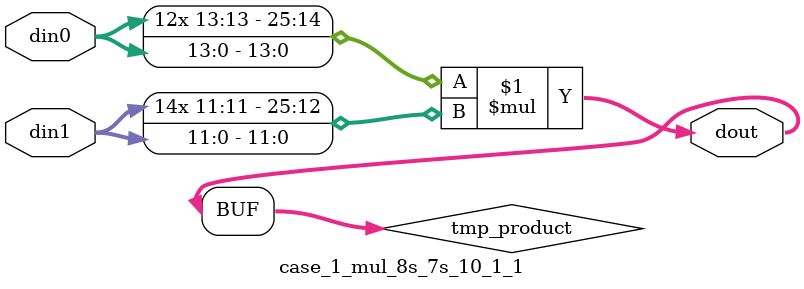
<source format=v>

`timescale 1 ns / 1 ps

 module case_1_mul_8s_7s_10_1_1(din0, din1, dout);
parameter ID = 1;
parameter NUM_STAGE = 0;
parameter din0_WIDTH = 14;
parameter din1_WIDTH = 12;
parameter dout_WIDTH = 26;

input [din0_WIDTH - 1 : 0] din0; 
input [din1_WIDTH - 1 : 0] din1; 
output [dout_WIDTH - 1 : 0] dout;

wire signed [dout_WIDTH - 1 : 0] tmp_product;



























assign tmp_product = $signed(din0) * $signed(din1);








assign dout = tmp_product;





















endmodule

</source>
